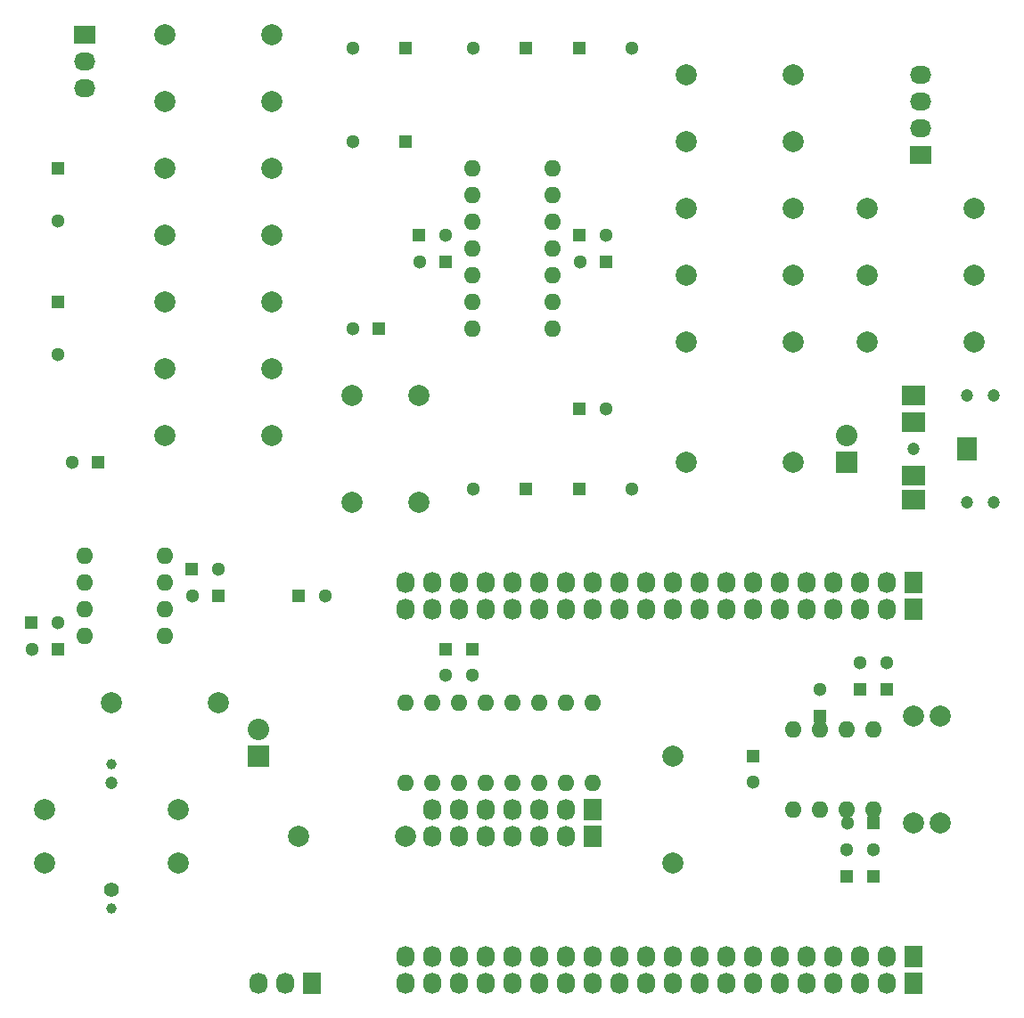
<source format=gbr>
G04 #@! TF.FileFunction,Soldermask,Bot*
%FSLAX46Y46*%
G04 Gerber Fmt 4.6, Leading zero omitted, Abs format (unit mm)*
G04 Created by KiCad (PCBNEW 4.0.2-stable) date 2016 November 09, Wednesday 18:18:30*
%MOMM*%
G01*
G04 APERTURE LIST*
%ADD10C,0.100000*%
%ADD11C,1.200000*%
%ADD12C,2.000000*%
%ADD13C,1.000000*%
%ADD14C,1.400000*%
%ADD15R,1.900000X2.300000*%
%ADD16R,2.300000X1.900000*%
%ADD17C,1.998980*%
%ADD18R,1.300000X1.300000*%
%ADD19C,1.300000*%
%ADD20O,1.600000X1.600000*%
%ADD21R,1.727200X2.032000*%
%ADD22O,1.727200X2.032000*%
%ADD23R,2.032000X1.727200*%
%ADD24O,2.032000X1.727200*%
%ADD25R,2.032000X2.032000*%
%ADD26O,2.032000X2.032000*%
G04 APERTURE END LIST*
D10*
D11*
X12700000Y-74930000D03*
D12*
X19050000Y-82550000D03*
X6350000Y-82550000D03*
X19050000Y-77470000D03*
X6350000Y-77470000D03*
D13*
X12700000Y-73152000D03*
X12700000Y-86868000D03*
D14*
X12700000Y-85090000D03*
D11*
X93980000Y-48260000D03*
X96520000Y-48260000D03*
X96520000Y-38100000D03*
X88900000Y-43180000D03*
X93980000Y-38100000D03*
D15*
X93980000Y-43180000D03*
D16*
X88900000Y-40640000D03*
X88900000Y-38100000D03*
X88900000Y-45720000D03*
X88900000Y-48059340D03*
D17*
X12700000Y-67310000D03*
X22860000Y-67310000D03*
X77470000Y-44450000D03*
X67310000Y-44450000D03*
D18*
X85090000Y-83820000D03*
D19*
X85090000Y-81320000D03*
D18*
X86360000Y-66040000D03*
D19*
X86360000Y-63540000D03*
D18*
X83820000Y-66040000D03*
D19*
X83820000Y-63540000D03*
D18*
X82550000Y-83820000D03*
D19*
X82550000Y-81320000D03*
D18*
X73660000Y-72390000D03*
D19*
X73660000Y-74890000D03*
D18*
X80010000Y-68580000D03*
D19*
X80010000Y-66080000D03*
D18*
X85090000Y-78740000D03*
D19*
X82590000Y-78740000D03*
D17*
X88900000Y-68580000D03*
X88900000Y-78740000D03*
X91440000Y-78740000D03*
X91440000Y-68580000D03*
D18*
X44450000Y-62230000D03*
D19*
X44450000Y-64730000D03*
D18*
X46990000Y-62230000D03*
D19*
X46990000Y-64730000D03*
D17*
X30480000Y-80010000D03*
X40640000Y-80010000D03*
D18*
X30480000Y-57150000D03*
D19*
X32980000Y-57150000D03*
D17*
X84455000Y-20320000D03*
X94615000Y-20320000D03*
X77470000Y-7620000D03*
X67310000Y-7620000D03*
D18*
X57150000Y-5080000D03*
D19*
X62150000Y-5080000D03*
D18*
X52070000Y-5080000D03*
D19*
X47070000Y-5080000D03*
D17*
X84455000Y-26670000D03*
X94615000Y-26670000D03*
X94615000Y-33020000D03*
X84455000Y-33020000D03*
D18*
X57150000Y-39370000D03*
D19*
X59650000Y-39370000D03*
D17*
X67310000Y-13970000D03*
X77470000Y-13970000D03*
D18*
X52070000Y-46990000D03*
D19*
X47070000Y-46990000D03*
D18*
X57150000Y-46990000D03*
D19*
X62150000Y-46990000D03*
D17*
X67310000Y-26670000D03*
X77470000Y-26670000D03*
X77470000Y-33020000D03*
X67310000Y-33020000D03*
D18*
X38100000Y-31750000D03*
D19*
X35600000Y-31750000D03*
D17*
X35560000Y-38100000D03*
X35560000Y-48260000D03*
X67310000Y-20320000D03*
X77470000Y-20320000D03*
X41910000Y-48260000D03*
X41910000Y-38100000D03*
X17780000Y-29210000D03*
X27940000Y-29210000D03*
D18*
X11430000Y-44450000D03*
D19*
X8930000Y-44450000D03*
D18*
X44450000Y-25400000D03*
D19*
X41950000Y-25400000D03*
D18*
X41910000Y-22860000D03*
D19*
X44410000Y-22860000D03*
D18*
X59690000Y-25400000D03*
D19*
X57190000Y-25400000D03*
D18*
X57150000Y-22860000D03*
D19*
X59650000Y-22860000D03*
D17*
X17780000Y-35560000D03*
X27940000Y-35560000D03*
X27940000Y-41910000D03*
X17780000Y-41910000D03*
D18*
X20320000Y-54610000D03*
D19*
X22820000Y-54610000D03*
D18*
X22860000Y-57150000D03*
D19*
X20360000Y-57150000D03*
D18*
X7620000Y-62230000D03*
D19*
X5120000Y-62230000D03*
D18*
X5080000Y-59690000D03*
D19*
X7580000Y-59690000D03*
D20*
X10160000Y-53340000D03*
X10160000Y-55880000D03*
X10160000Y-58420000D03*
X10160000Y-60960000D03*
X17780000Y-60960000D03*
X17780000Y-58420000D03*
X17780000Y-55880000D03*
X17780000Y-53340000D03*
D17*
X17780000Y-16510000D03*
X27940000Y-16510000D03*
X17780000Y-22860000D03*
X27940000Y-22860000D03*
D18*
X7620000Y-16510000D03*
D19*
X7620000Y-21510000D03*
D18*
X7620000Y-29210000D03*
D19*
X7620000Y-34210000D03*
D18*
X40640000Y-5080000D03*
D19*
X35640000Y-5080000D03*
D18*
X40640000Y-13970000D03*
D19*
X35640000Y-13970000D03*
D20*
X46990000Y-16510000D03*
X46990000Y-19050000D03*
X46990000Y-21590000D03*
X46990000Y-24130000D03*
X46990000Y-26670000D03*
X46990000Y-29210000D03*
X46990000Y-31750000D03*
X54610000Y-31750000D03*
X54610000Y-29210000D03*
X54610000Y-26670000D03*
X54610000Y-24130000D03*
X54610000Y-21590000D03*
X54610000Y-19050000D03*
X54610000Y-16510000D03*
X77470000Y-77470000D03*
X80010000Y-77470000D03*
X82550000Y-77470000D03*
X85090000Y-77470000D03*
X85090000Y-69850000D03*
X82550000Y-69850000D03*
X80010000Y-69850000D03*
X77470000Y-69850000D03*
D21*
X31750000Y-93980000D03*
D22*
X29210000Y-93980000D03*
X26670000Y-93980000D03*
D21*
X88900000Y-55880000D03*
D22*
X86360000Y-55880000D03*
X83820000Y-55880000D03*
X81280000Y-55880000D03*
X78740000Y-55880000D03*
X76200000Y-55880000D03*
X73660000Y-55880000D03*
X71120000Y-55880000D03*
X68580000Y-55880000D03*
X66040000Y-55880000D03*
X63500000Y-55880000D03*
X60960000Y-55880000D03*
X58420000Y-55880000D03*
X55880000Y-55880000D03*
X53340000Y-55880000D03*
X50800000Y-55880000D03*
X48260000Y-55880000D03*
X45720000Y-55880000D03*
X43180000Y-55880000D03*
X40640000Y-55880000D03*
D21*
X88900000Y-58420000D03*
D22*
X86360000Y-58420000D03*
X83820000Y-58420000D03*
X81280000Y-58420000D03*
X78740000Y-58420000D03*
X76200000Y-58420000D03*
X73660000Y-58420000D03*
X71120000Y-58420000D03*
X68580000Y-58420000D03*
X66040000Y-58420000D03*
X63500000Y-58420000D03*
X60960000Y-58420000D03*
X58420000Y-58420000D03*
X55880000Y-58420000D03*
X53340000Y-58420000D03*
X50800000Y-58420000D03*
X48260000Y-58420000D03*
X45720000Y-58420000D03*
X43180000Y-58420000D03*
X40640000Y-58420000D03*
D20*
X40640000Y-74930000D03*
X43180000Y-74930000D03*
X45720000Y-74930000D03*
X48260000Y-74930000D03*
X50800000Y-74930000D03*
X53340000Y-74930000D03*
X55880000Y-74930000D03*
X58420000Y-74930000D03*
X58420000Y-67310000D03*
X55880000Y-67310000D03*
X53340000Y-67310000D03*
X50800000Y-67310000D03*
X48260000Y-67310000D03*
X45720000Y-67310000D03*
X43180000Y-67310000D03*
X40640000Y-67310000D03*
D21*
X58420000Y-77470000D03*
D22*
X55880000Y-77470000D03*
X53340000Y-77470000D03*
X50800000Y-77470000D03*
X48260000Y-77470000D03*
X45720000Y-77470000D03*
X43180000Y-77470000D03*
D21*
X58420000Y-80010000D03*
D22*
X55880000Y-80010000D03*
X53340000Y-80010000D03*
X50800000Y-80010000D03*
X48260000Y-80010000D03*
X45720000Y-80010000D03*
X43180000Y-80010000D03*
D21*
X88900000Y-91440000D03*
D22*
X86360000Y-91440000D03*
X83820000Y-91440000D03*
X81280000Y-91440000D03*
X78740000Y-91440000D03*
X76200000Y-91440000D03*
X73660000Y-91440000D03*
X71120000Y-91440000D03*
X68580000Y-91440000D03*
X66040000Y-91440000D03*
X63500000Y-91440000D03*
X60960000Y-91440000D03*
X58420000Y-91440000D03*
X55880000Y-91440000D03*
X53340000Y-91440000D03*
X50800000Y-91440000D03*
X48260000Y-91440000D03*
X45720000Y-91440000D03*
X43180000Y-91440000D03*
X40640000Y-91440000D03*
D21*
X88900000Y-93980000D03*
D22*
X86360000Y-93980000D03*
X83820000Y-93980000D03*
X81280000Y-93980000D03*
X78740000Y-93980000D03*
X76200000Y-93980000D03*
X73660000Y-93980000D03*
X71120000Y-93980000D03*
X68580000Y-93980000D03*
X66040000Y-93980000D03*
X63500000Y-93980000D03*
X60960000Y-93980000D03*
X58420000Y-93980000D03*
X55880000Y-93980000D03*
X53340000Y-93980000D03*
X50800000Y-93980000D03*
X48260000Y-93980000D03*
X45720000Y-93980000D03*
X43180000Y-93980000D03*
X40640000Y-93980000D03*
D23*
X10160000Y-3810000D03*
D24*
X10160000Y-6350000D03*
X10160000Y-8890000D03*
D17*
X17780000Y-10160000D03*
X27940000Y-10160000D03*
X27940000Y-3810000D03*
X17780000Y-3810000D03*
D25*
X82550000Y-44450000D03*
D26*
X82550000Y-41910000D03*
D17*
X66040000Y-72390000D03*
X66040000Y-82550000D03*
D25*
X26670000Y-72390000D03*
D26*
X26670000Y-69850000D03*
D23*
X89535000Y-15240000D03*
D24*
X89535000Y-12700000D03*
X89535000Y-10160000D03*
X89535000Y-7620000D03*
M02*

</source>
